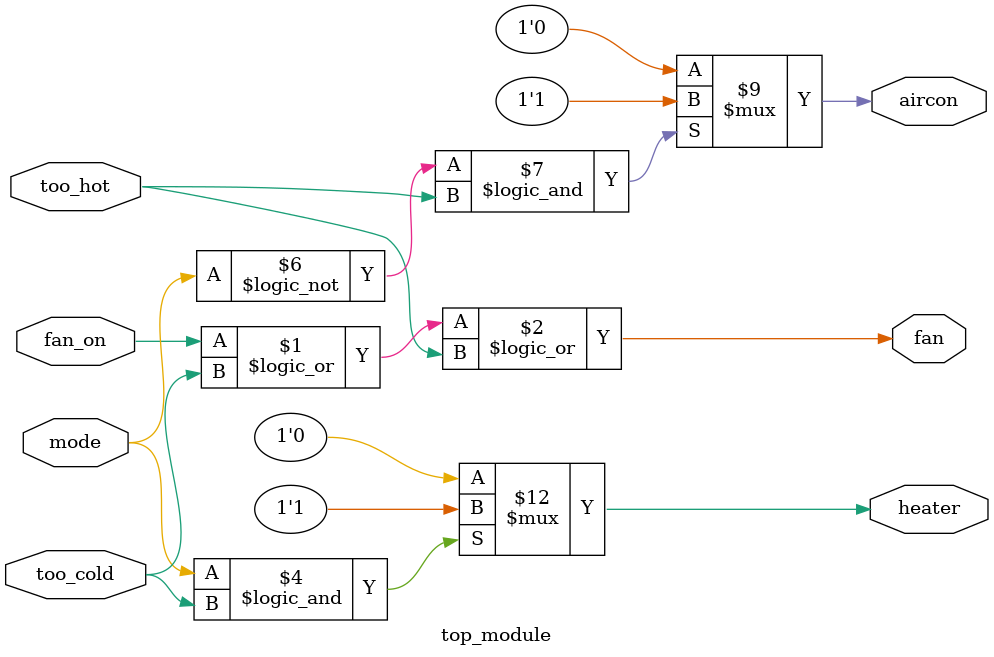
<source format=sv>
module top_module(
  input mode,
  input too_cold,
  input too_hot,
  input fan_on,
  output heater,
  output aircon,
  output fan
);

  reg fan;

  assign fan = (fan_on || too_cold || too_hot);

  always @(mode, too_cold)
  begin
    if (mode && too_cold)
      heater = 1;
    else
      heater = 0;
  end

  always @(mode, too_hot)
  begin
    if (!mode && too_hot)
      aircon = 1;
    else
      aircon = 0;
  end

endmodule

</source>
